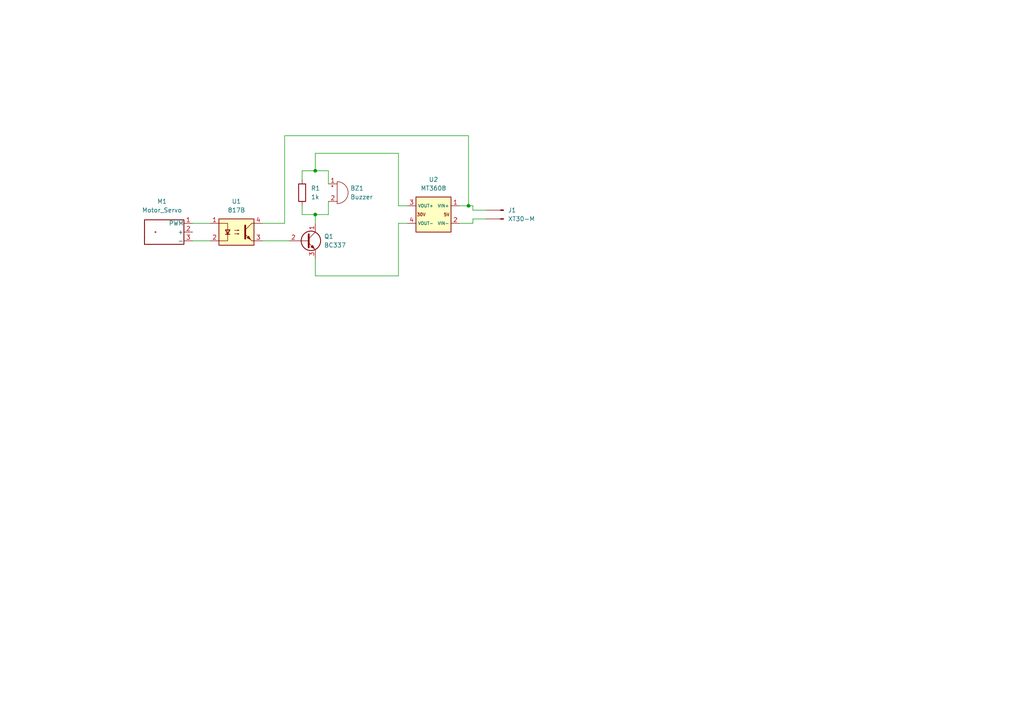
<source format=kicad_sch>
(kicad_sch (version 20250114) (generator "eeschema") (generator_version "9.0")
  (paper "A4")
  (lib_symbols
    (symbol "Connector:Conn_01x02_Pin" (pin_numbers (hide yes)) (pin_names (offset 1.016) (hide yes))
      (property "Reference" "J1" (at 0.635 5.08 0))
      (property "Value" "XT30-M" (at 0.635 2.54 0))
      (symbol "Conn_01x02_Pin_1_1"
        (rectangle (start 0.8636 0.127) (end 0 -0.127) (stroke (width 0.1524)) (fill (type outline)))
        (rectangle (start 0.8636 -2.413) (end 0 -2.667) (stroke (width 0.1524)) (fill (type outline)))
        (polyline (pts (xy 1.27 0) (xy 0.8636 0)) (stroke (width 0.1524)))
        (polyline (pts (xy 1.27 -2.54) (xy 0.8636 -2.54)) (stroke (width 0.1524)))
        (pin passive line (at 5.08 0 180) (length 3.81) (name "Pin_1") (number "1"))
        (pin passive line (at 5.08 -2.54 180) (length 3.81) (name "Pin_2") (number "2"))
      )
    )
    (symbol "Device:Buzzer" (pin_names (offset 0.0254) (hide yes))
      (property "Reference" "BZ" (at 3.81 1.27 0))
      (property "Value" "Buzzer" (at 3.81 -1.27 0))
      (symbol "Buzzer_0_1"
        (polyline (pts (xy -1.651 1.905) (xy -1.143 1.905)))
        (polyline (pts (xy -1.397 2.159) (xy -1.397 1.651)))
        (arc (start 0 3.175) (mid 3.1612 0) (end 0 -3.175))
        (polyline (pts (xy 0 3.175) (xy 0 -3.175)))
      )
      (symbol "Buzzer_1_1"
        (pin passive line (at -2.54 2.54 0) (length 2.54) (name "+") (number "1"))
        (pin passive line (at -2.54 -2.54 0) (length 2.54) (name "-") (number "2"))
      )
    )
    (symbol "Device:R" (pin_numbers (hide yes)) (pin_names (offset 0))
      (property "Reference" "R" (at 2.032 0 90))
      (property "Value" "R" (at 0 0 90))
      (symbol "R_0_1"
        (rectangle (start -1.016 -2.54) (end 1.016 2.54) (stroke (width 0.254)))
      )
      (symbol "R_1_1"
        (pin passive line (at 0 3.81 270) (length 1.27) (name "~") (number "1"))
        (pin passive line (at 0 -3.81 90) (length 1.27) (name "~") (number "2"))
      )
    )
    (symbol "Isolator:LTV-817" (pin_names (offset 1.016))
      (property "Reference" "U" (at -5.08 5.08 0))
      (property "Value" "LTV-817" (at 0 5.08 0))
      (symbol "LTV-817_0_1"
        (rectangle (start -5.08 3.81) (end 5.08 -3.81) (stroke (width 0.254)) (fill (type background)))
        (polyline (pts (xy -5.08 2.54) (xy -2.54 2.54) (xy -2.54 -0.762)))
        (polyline (pts (xy -3.175 -0.635) (xy -1.905 -0.635)) (stroke (width 0.254)))
        (polyline (pts (xy -2.54 -0.635) (xy -2.54 -2.54) (xy -5.08 -2.54)))
        (polyline (pts (xy -2.54 -0.635) (xy -3.175 0.635) (xy -1.905 0.635) (xy -2.54 -0.635)) (stroke (width 0.254)))
        (polyline (pts (xy -0.508 0.508) (xy 0.762 0.508) (xy 0.381 0.381) (xy 0.381 0.635) (xy 0.762 0.508)))
        (polyline (pts (xy -0.508 -0.508) (xy 0.762 -0.508) (xy 0.381 -0.635) (xy 0.381 -0.381) (xy 0.762 -0.508)))
        (polyline (pts (xy 2.54 1.905) (xy 2.54 -1.905) (xy 2.54 -1.905)) (stroke (width 0.508)))
        (polyline (pts (xy 2.54 0.635) (xy 4.445 2.54)))
        (polyline (pts (xy 3.048 -1.651) (xy 3.556 -1.143) (xy 4.064 -2.159) (xy 3.048 -1.651) (xy 3.048 -1.651)) (fill (type outline)))
        (polyline (pts (xy 4.445 2.54) (xy 5.08 2.54)))
        (polyline (pts (xy 4.445 -2.54) (xy 2.54 -0.635)) (fill (type outline)))
        (polyline (pts (xy 4.445 -2.54) (xy 5.08 -2.54)))
      )
      (symbol "LTV-817_1_1"
        (pin passive line (at -7.62 2.54 0) (length 2.54) (name "~") (number "1"))
        (pin passive line (at -7.62 -2.54 0) (length 2.54) (name "~") (number "2"))
        (pin passive line (at 7.62 2.54 180) (length 2.54) (name "~") (number "4"))
        (pin passive line (at 7.62 -2.54 180) (length 2.54) (name "~") (number "3"))
      )
    )
    (symbol "Motor:Motor_Servo" (pin_names (offset 0.0254))
      (property "Reference" "M1" (at 1.2561 -8.89 0))
      (property "Value" "Motor_Servo" (at 1.2561 -6.35 0))
      (symbol "Motor_Servo_0_1"
        (circle (center 3.175 0) (radius 0.1778))
        (polyline (pts (xy 5.08 3.556) (xy -5.08 3.556) (xy -5.08 -3.556) (xy 6.35 -3.556) (xy 6.35 1.524)) (stroke (width 0.254)))
      )
      (symbol "Motor_Servo_1_1"
        (polyline (pts (xy 5.08 3.556) (xy 6.35 3.556)) (stroke (width 0.254)))
        (polyline (pts (xy 6.35 3.556) (xy 6.35 1.524)) (stroke (width 0.254)))
        (pin passive line (at -7.62 2.54 0) (length 2.54) (name "-") (number "3"))
        (pin passive line (at -7.62 0 0) (length 2.54) (name "+") (number "2"))
        (pin passive line (at -7.62 -2.54 0) (length 2.54) (name "PWM") (number "1"))
      )
    )
    (symbol "Regulator_Switching:MT3608"
      (property "Reference" "U2" (at 0 10.16 0))
      (property "Value" "MT3608" (at 0 7.62 0))
      (symbol "MT3608_0_1"
        (rectangle (start -5.08 5.08) (end 5.08 -5.08) (stroke (width 0.254)) (fill (type background)))
      )
      (symbol "MT3608_1_1"
        (text "30V" (at -3.556 0 0) (effects (font (size 0.889 0.889))))
        (text "5V" (at 3.81 0 0) (effects (font (size 0.889 0.889))))
        (pin power_in line (at -7.62 2.54 0) (length 2.54) (name "VOUT+") (number "3"))
        (pin input line (at -7.62 -2.54 0) (length 2.54) (name "VOUT-") (number "4"))
        (pin no_connect line (at 5.08 0 180) (length 2.54) (hide yes) (name "NC") (number "6"))
        (pin passive line (at 7.62 2.54 180) (length 2.54) (name "VIN+") (number "1"))
        (pin input line (at 7.62 -2.54 180) (length 2.54) (name "VIN-") (number "2"))
      )
    )
    (symbol "Transistor_BJT:BC337" (pin_names (offset 0) (hide yes))
      (property "Reference" "Q" (at 5.08 1.905 0))
      (property "Value" "BC337" (at 5.08 0 0))
      (symbol "BC337_0_1"
        (polyline (pts (xy -2.54 0) (xy 0.635 0)))
        (polyline (pts (xy 0.635 1.905) (xy 0.635 -1.905)) (stroke (width 0.508)))
        (circle (center 1.27 0) (radius 2.8194) (stroke (width 0.254)))
      )
      (symbol "BC337_1_1"
        (polyline (pts (xy 0.635 0.635) (xy 2.54 2.54)))
        (polyline (pts (xy 0.635 -0.635) (xy 2.54 -2.54)))
        (polyline (pts (xy 1.27 -1.778) (xy 1.778 -1.27) (xy 2.286 -2.286) (xy 1.27 -1.778)) (fill (type outline)))
        (pin input line (at -5.08 0 0) (length 2.54) (name "B") (number "2"))
        (pin passive line (at 2.54 5.08 270) (length 2.54) (name "C") (number "1"))
        (pin passive line (at 2.54 -5.08 90) (length 2.54) (name "E") (number "3"))
      )
    )
  )
  (junction (at 91.44 62.23))
  (junction (at 135.89 59.69))
  (junction (at 91.44 49.53))
  (wire (pts (xy 91.44 44.45) (xy 91.44 49.53)))
  (wire (pts (xy 137.16 60.96) (xy 140.97 60.96)))
  (wire (pts (xy 133.35 59.69) (xy 135.89 59.69)))
  (wire (pts (xy 95.25 58.42) (xy 95.25 62.23)))
  (wire (pts (xy 115.57 64.77) (xy 115.57 80.01)))
  (wire (pts (xy 95.25 53.34) (xy 95.25 49.53)))
  (wire (pts (xy 76.2 64.77) (xy 82.55 64.77)))
  (wire (pts (xy 82.55 39.37) (xy 135.89 39.37)))
  (wire (pts (xy 87.63 49.53) (xy 87.63 52.07)))
  (wire (pts (xy 55.88 64.77) (xy 60.96 64.77)))
  (wire (pts (xy 115.57 44.45) (xy 91.44 44.45)))
  (wire (pts (xy 55.88 69.85) (xy 60.96 69.85)))
  (wire (pts (xy 91.44 62.23) (xy 95.25 62.23)))
  (wire (pts (xy 82.55 64.77) (xy 82.55 39.37)))
  (wire (pts (xy 133.35 64.77) (xy 137.16 64.77)))
  (wire (pts (xy 91.44 49.53) (xy 95.25 49.53)))
  (wire (pts (xy 135.89 39.37) (xy 135.89 59.69)))
  (wire (pts (xy 115.57 80.01) (xy 91.44 80.01)))
  (wire (pts (xy 91.44 80.01) (xy 91.44 74.93)))
  (wire (pts (xy 115.57 64.77) (xy 118.11 64.77)))
  (wire (pts (xy 115.57 59.69) (xy 115.57 44.45)))
  (wire (pts (xy 76.2 69.85) (xy 83.82 69.85)))
  (wire (pts (xy 87.63 62.23) (xy 91.44 62.23)))
  (wire (pts (xy 137.16 63.5) (xy 137.16 64.77)))
  (wire (pts (xy 135.89 59.69) (xy 137.16 59.69)))
  (wire (pts (xy 87.63 49.53) (xy 91.44 49.53)))
  (wire (pts (xy 87.63 59.69) (xy 87.63 62.23)))
  (wire (pts (xy 137.16 59.69) (xy 137.16 60.96)))
  (wire (pts (xy 91.44 62.23) (xy 91.44 64.77)))
  (wire (pts (xy 115.57 59.69) (xy 118.11 59.69)))
  (wire (pts (xy 140.97 63.5) (xy 137.16 63.5)))
  (symbol (lib_id "Transistor_BJT:BC337") (at 88.9 69.85 0) (unit 1)
    (property "Reference" "Q1" (at 93.98 68.5799 0) (effects (justify left)))
    (property "Value" "BC337" (at 93.98 71.1199 0) (effects (justify left)))
    (property "Footprint" "Package_TO_SOT_THT:TO-92_Inline" (effects (hide yes)))
    (property "Datasheet" "https://diotec.com/tl_files/diotec/files/pdf/datasheets/bc337.pdf" (effects (hide yes)))
    (property "Description" "0.8A Ic, 45V Vce, NPN Transistor, TO-92" (effects (hide yes)))
  )
  (symbol (lib_id "Isolator:LTV-817") (at 68.58 67.31 0) (unit 1)
    (property "Reference" "U1" (at 68.58 58.42 0))
    (property "Value" "817B" (at 68.58 60.96 0))
    (property "Footprint" "Package_DIP:DIP-4_W7.62mm" (effects (hide yes)))
    (property "Datasheet" "http://www.us.liteon.com/downloads/LTV-817-827-847.PDF" (effects (hide yes)))
    (property "Description" "DC Optocoupler, Vce 35V, CTR 50%, DIP-4" (effects (hide yes)))
  )
  (symbol (lib_id "Connector:Conn_01x02_Pin") (at 146.05 63.5 180) (unit 1)
    (property "Reference" "J1" (at 147.32 60.9599 0) (effects (justify right)))
    (property "Value" "XT30-M" (at 147.32 63.4999 0) (effects (justify right)))
    (property "Description" "Generic connector, single row, 01x02, script generated" (effects (hide yes)))
  )
  (symbol (lib_id "Regulator_Switching:MT3608") (at 125.73 62.23 0) (unit 1)
    (property "Reference" "U2" (at 125.73 52.07 0))
    (property "Value" "MT3608" (at 125.73 54.61 0))
    (property "Footprint" "Package_TO_SOT_SMD:SOT-23-6" (effects (hide yes)))
    (property "Datasheet" "https://www.olimex.com/Products/Breadboarding/BB-PWR-3608/resources/MT3608.pdf" (effects (hide yes)))
    (property "Description" "High Efficiency 1.2MHz 2A Step Up Converter, 2-24V Vin, 28V Vout, 4A current limit, 1.2MHz, SOT23-6" (effects (hide yes)))
  )
  (symbol (lib_id "Device:Buzzer") (at 97.79 55.88 0) (unit 1)
    (property "Reference" "BZ1" (at 101.6 54.6099 0) (effects (justify left)))
    (property "Value" "Buzzer" (at 101.6 57.1499 0) (effects (justify left)))
    (property "Description" "Buzzer, polarized" (effects (hide yes)))
  )
  (symbol (lib_id "Device:R") (at 87.63 55.88 0) (unit 1)
    (property "Reference" "R1" (at 90.17 54.6099 0) (effects (justify left)))
    (property "Value" "1k" (at 90.17 57.1499 0) (effects (justify left)))
    (property "Description" "Resistor" (effects (hide yes)))
  )
  (symbol (lib_id "Motor:Motor_Servo") (at 48.26 67.31 180) (unit 1)
    (property "Reference" "M1" (at 47.0039 58.42 0))
    (property "Value" "Motor_Servo" (at 47.0039 60.96 0))
    (property "Datasheet" "http://forums.parallax.com/uploads/attachments/46831/74481.png" (effects (hide yes)))
    (property "Description" "Servo Motor (Futaba, HiTec, JR connector)" (effects (hide yes)))
  )
)
</source>
